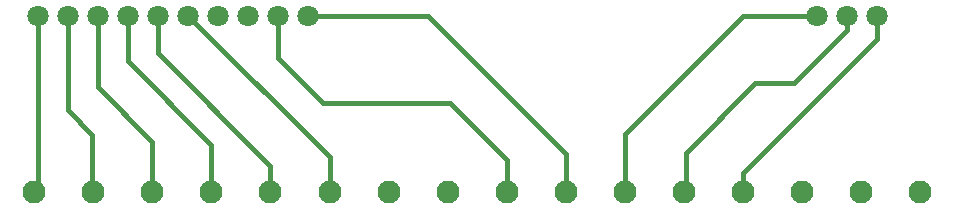
<source format=gtl>
G04*
G04 #@! TF.GenerationSoftware,Altium Limited,Altium Designer,24.4.1 (13)*
G04*
G04 Layer_Physical_Order=1*
G04 Layer_Color=255*
%FSLAX25Y25*%
%MOIN*%
G70*
G04*
G04 #@! TF.SameCoordinates,DC8B15D0-1A9E-40AA-8D40-3FFBE4892BC6*
G04*
G04*
G04 #@! TF.FilePolarity,Positive*
G04*
G01*
G75*
%ADD14C,0.01500*%
%ADD15C,0.07677*%
%ADD16C,0.07087*%
D14*
X365158Y166339D02*
X377953D01*
X395669Y184055D01*
X341947Y143128D02*
X365158Y166339D01*
X155984Y173663D02*
Y188976D01*
X183858Y130315D02*
Y145789D01*
X155984Y173663D02*
X183858Y145789D01*
X135984Y157323D02*
Y188976D01*
X144134Y130669D02*
Y149173D01*
X135984Y157323D02*
X144134Y149173D01*
Y130669D02*
X144488Y130315D01*
X145984Y165039D02*
Y188976D01*
Y165039D02*
X164173Y146850D01*
Y130315D02*
Y146850D01*
X183320Y130853D02*
X183858Y130315D01*
X165984Y176535D02*
X203543Y138976D01*
Y130315D02*
Y138976D01*
X165984Y176535D02*
Y188976D01*
X282283Y130315D02*
Y140945D01*
X221203Y159702D02*
X263526D01*
X282283Y140945D01*
X205984Y174921D02*
Y188976D01*
Y174921D02*
X221203Y159702D01*
X215984Y188976D02*
X255906D01*
X301969Y130315D02*
Y142913D01*
X255906Y188976D02*
X301969Y142913D01*
X395669Y184055D02*
Y188976D01*
X341947Y130923D02*
Y143128D01*
X361221Y188976D02*
X385669D01*
X321654Y149409D02*
X361221Y188976D01*
X321654Y130315D02*
Y149409D01*
X341339Y130315D02*
X341947Y130923D01*
X361024Y136614D02*
X405669Y181260D01*
X361024Y130315D02*
Y136614D01*
X405669Y181260D02*
Y188976D01*
X175984D02*
X223228Y141732D01*
Y130315D02*
Y141732D01*
X125984Y130315D02*
Y188976D01*
X124803Y130315D02*
X125984D01*
D15*
X124803D02*
D03*
X144488D02*
D03*
X164173D02*
D03*
X183858D02*
D03*
X203543D02*
D03*
X223228D02*
D03*
X242913D02*
D03*
X262598D02*
D03*
X282283D02*
D03*
X301969D02*
D03*
X321654D02*
D03*
X341339D02*
D03*
X361024D02*
D03*
X380709D02*
D03*
X400394D02*
D03*
X420079D02*
D03*
D16*
X395669Y188976D02*
D03*
X405669D02*
D03*
X205984D02*
D03*
X195984D02*
D03*
X185984D02*
D03*
X175984D02*
D03*
X165984D02*
D03*
X155984D02*
D03*
X145984D02*
D03*
X135984D02*
D03*
X125984D02*
D03*
X215984D02*
D03*
X385669D02*
D03*
M02*

</source>
